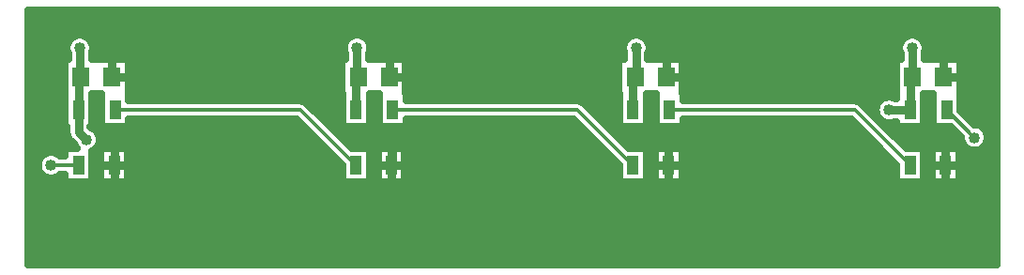
<source format=gbr>
G04 DipTrace 3.3.1.3*
G04 Bottom.gbr*
%MOIN*%
G04 #@! TF.FileFunction,Copper,L2,Bot*
G04 #@! TF.Part,Single*
G04 #@! TA.AperFunction,CopperBalancing*
%ADD13C,0.03*%
G04 #@! TA.AperFunction,Conductor*
%ADD14C,0.012*%
G04 #@! TA.AperFunction,CopperBalancing*
%ADD15C,0.025*%
%ADD17R,0.062992X0.070866*%
%ADD21R,0.043307X0.066929*%
G04 #@! TA.AperFunction,ViaPad*
%ADD36C,0.04*%
%FSLAX26Y26*%
G04*
G70*
G90*
G75*
G01*
G04 Bottom*
%LPD*%
X948819Y787402D2*
D13*
Y877953D1*
X1933071Y787402D2*
X1937008D1*
Y885827D1*
X2917323Y787402D2*
Y885827D1*
X3901575Y787402D2*
Y681102D1*
X724803Y787402D2*
D14*
X822835D1*
X952756Y984252D2*
X1610236D1*
X1807087Y787402D1*
X1937008Y984252D2*
X2594488D1*
X2791339Y787402D1*
X2921260Y984252D2*
X3578740D1*
X3775591Y787402D1*
X3905512Y984252D2*
X4003937Y885827D1*
X3783465Y1102362D2*
D13*
Y1204724D1*
X826772D2*
Y1102362D1*
X830709D1*
X2802634Y1204724D2*
Y1105783D1*
X2799213Y1102362D1*
X1811307Y1204724D2*
Y1106016D1*
X1814961Y1102362D1*
X830709D2*
X822835D1*
Y984252D1*
X850000Y878346D2*
X822835Y905512D1*
Y984252D1*
X1807087D2*
Y1094488D1*
X1814961Y1102362D1*
X2791339Y984252D2*
Y1094488D1*
X2799213Y1102362D1*
X3775591Y984252D2*
Y1094488D1*
X3783465Y1102362D1*
X3700787Y984252D2*
X3775591D1*
D36*
X948819Y877953D3*
X724803Y787402D3*
X4003937Y885827D3*
X3783465Y1204724D3*
X826772D3*
X2802634D3*
X1811307D3*
X850000Y878346D3*
X3700787Y984252D3*
X1937008Y885827D3*
X2917323D3*
X3901575Y681102D3*
X644940Y1313025D2*
D15*
X4079474D1*
X644940Y1288156D2*
X4079474D1*
X644940Y1263287D2*
X4079474D1*
X644940Y1238419D2*
X792232D1*
X861320D2*
X1776786D1*
X1845840D2*
X2768087D1*
X2837176D2*
X3748945D1*
X3817999D2*
X4079474D1*
X644940Y1213550D2*
X778631D1*
X874921D2*
X1763150D1*
X1859440D2*
X2754487D1*
X2850776D2*
X3735310D1*
X3831598D2*
X4079474D1*
X644940Y1188681D2*
X780642D1*
X872912D2*
X1765160D1*
X1857430D2*
X2756496D1*
X2848766D2*
X3737319D1*
X3829589D2*
X4079474D1*
X644940Y1163812D2*
X770235D1*
X1001449D2*
X1754466D1*
X1985680D2*
X2738734D1*
X2969948D2*
X3722965D1*
X3954178D2*
X4079474D1*
X644940Y1138944D2*
X770235D1*
X1001449D2*
X1754466D1*
X1985680D2*
X2738734D1*
X2969948D2*
X3722965D1*
X3954178D2*
X4079474D1*
X644940Y1114075D2*
X770235D1*
X1001449D2*
X1754466D1*
X1985680D2*
X2738734D1*
X2969948D2*
X3722965D1*
X3954178D2*
X4079474D1*
X644940Y1089206D2*
X770235D1*
X1001449D2*
X1754466D1*
X1985680D2*
X2738734D1*
X2969948D2*
X3722965D1*
X3954178D2*
X4079474D1*
X644940Y1064337D2*
X770235D1*
X1001449D2*
X1754466D1*
X1985680D2*
X2738734D1*
X2969948D2*
X3722965D1*
X3954178D2*
X4079474D1*
X644940Y1039469D2*
X772172D1*
X873486D2*
X902109D1*
X1003386D2*
X1756440D1*
X1857717D2*
X1886377D1*
X1987654D2*
X2740707D1*
X2841984D2*
X2870608D1*
X2971921D2*
X3724938D1*
X3826252D2*
X3854875D1*
X3956152D2*
X4079474D1*
X644940Y1014600D2*
X772172D1*
X873486D2*
X902109D1*
X1624362D2*
X1756440D1*
X1857717D2*
X1886377D1*
X2608593D2*
X2740707D1*
X2841984D2*
X2870608D1*
X3592861D2*
X3663075D1*
X3826252D2*
X3854875D1*
X3956152D2*
X4079474D1*
X644940Y989731D2*
X772172D1*
X873486D2*
X902109D1*
X1653213D2*
X1756440D1*
X1857717D2*
X1886377D1*
X2637445D2*
X2740707D1*
X2841984D2*
X2870608D1*
X3621711D2*
X3652130D1*
X3826252D2*
X3854875D1*
X3956152D2*
X4079474D1*
X644940Y964862D2*
X772172D1*
X873486D2*
X902109D1*
X1678081D2*
X1756440D1*
X1857717D2*
X1886377D1*
X2662312D2*
X2740707D1*
X2841984D2*
X2870608D1*
X3826252D2*
X3854875D1*
X3973341D2*
X4079474D1*
X644940Y939993D2*
X772172D1*
X873486D2*
X902109D1*
X1003386D2*
X1606049D1*
X1702949D2*
X1756440D1*
X1857717D2*
X1886377D1*
X1987654D2*
X2590281D1*
X2687180D2*
X2740707D1*
X2841984D2*
X2870608D1*
X2971921D2*
X3574549D1*
X3671448D2*
X3684067D1*
X3826252D2*
X3854875D1*
X3998209D2*
X4079474D1*
X644940Y915125D2*
X778846D1*
X880950D2*
X1630917D1*
X1727816D2*
X2615148D1*
X2712084D2*
X3599416D1*
X3696315D2*
X3926177D1*
X4042526D2*
X4079474D1*
X644940Y890256D2*
X781753D1*
X897457D2*
X1655785D1*
X1752684D2*
X2640016D1*
X2736951D2*
X3624283D1*
X3721182D2*
X3951045D1*
X4052717D2*
X4079474D1*
X644940Y865387D2*
X801777D1*
X897134D2*
X1680652D1*
X1777551D2*
X2664920D1*
X2761819D2*
X3649151D1*
X3746051D2*
X3959693D1*
X4048196D2*
X4079474D1*
X644940Y840518D2*
X772172D1*
X879514D2*
X898161D1*
X999475D2*
X1705520D1*
X1857717D2*
X1882429D1*
X1983706D2*
X2689787D1*
X2841984D2*
X2866660D1*
X2967974D2*
X3674018D1*
X3826252D2*
X3850928D1*
X3952205D2*
X3991020D1*
X4016869D2*
X4079474D1*
X644940Y815650D2*
X685369D1*
X873486D2*
X898161D1*
X999475D2*
X1730388D1*
X1857717D2*
X1882429D1*
X1983706D2*
X2714655D1*
X2841984D2*
X2866660D1*
X2967974D2*
X3698887D1*
X3826252D2*
X3850928D1*
X3952205D2*
X4079474D1*
X644940Y790781D2*
X675930D1*
X873486D2*
X898161D1*
X999475D2*
X1755256D1*
X1857717D2*
X1882429D1*
X1983706D2*
X2739522D1*
X2841984D2*
X2866660D1*
X2967974D2*
X3723755D1*
X3826252D2*
X3850928D1*
X3952205D2*
X4079474D1*
X644940Y765912D2*
X681063D1*
X873486D2*
X898161D1*
X999475D2*
X1756440D1*
X1857717D2*
X1882429D1*
X1983706D2*
X2740707D1*
X2841984D2*
X2866660D1*
X2967974D2*
X3724938D1*
X3826252D2*
X3850928D1*
X3952205D2*
X4079474D1*
X644940Y741043D2*
X718777D1*
X730814D2*
X772172D1*
X873486D2*
X898161D1*
X999475D2*
X1756440D1*
X1857717D2*
X1882429D1*
X1983706D2*
X2740707D1*
X2841984D2*
X2866660D1*
X2967974D2*
X3724938D1*
X3826252D2*
X3850928D1*
X3952205D2*
X4079474D1*
X644940Y716175D2*
X4079474D1*
X644940Y691306D2*
X4079474D1*
X644940Y666437D2*
X4079474D1*
X644940Y641568D2*
X4079474D1*
X644940Y616699D2*
X4079474D1*
X644940Y591831D2*
X4079474D1*
X644940Y566962D2*
X4079474D1*
X644940Y542093D2*
X4079474D1*
X644940Y517224D2*
X4079474D1*
X644940Y492356D2*
X4079474D1*
X644940Y467487D2*
X4079474D1*
X644940Y442618D2*
X4079474D1*
X884794Y1164287D2*
X998933D1*
Y1044211D1*
X1000902Y1044209D1*
Y1016757D1*
X1612786Y1016644D1*
X1617822Y1015846D1*
X1622671Y1014270D1*
X1627214Y1011957D1*
X1631339Y1008959D1*
X1678682Y961757D1*
X1793093Y847346D1*
X1855232Y847358D1*
Y727445D1*
X1758941D1*
Y789633D1*
X1596776Y951762D1*
X1000887Y951760D1*
X1000902Y924295D1*
X904610D1*
Y1040453D1*
X871007Y1040437D1*
X870980Y924295D1*
X864343D1*
X867791Y921299D1*
X874293Y917987D1*
X880194Y913699D1*
X885353Y908541D1*
X889640Y902639D1*
X892953Y896138D1*
X895207Y889199D1*
X896349Y881995D1*
Y874698D1*
X895207Y867493D1*
X892953Y860555D1*
X889640Y854054D1*
X885353Y848152D1*
X880194Y842993D1*
X874293Y838706D1*
X870991Y836867D1*
X870980Y727445D1*
X774689D1*
Y754896D1*
X758064Y754909D1*
X752130Y749789D1*
X745911Y745976D1*
X739171Y743185D1*
X732076Y741482D1*
X724803Y740909D1*
X717530Y741482D1*
X710436Y743185D1*
X703696Y745976D1*
X697476Y749789D1*
X691928Y754526D1*
X687190Y760075D1*
X683378Y766294D1*
X680587Y773034D1*
X678883Y780129D1*
X678311Y787402D1*
X678883Y794675D1*
X680587Y801769D1*
X683378Y808509D1*
X687190Y814728D1*
X691928Y820277D1*
X697476Y825014D1*
X703696Y828827D1*
X710436Y831618D1*
X717530Y833322D1*
X724803Y833894D1*
X732076Y833322D1*
X739171Y831618D1*
X745911Y828827D1*
X752130Y825014D1*
X758037Y819888D1*
X774718Y819894D1*
X774689Y847358D1*
X815346D1*
X812387Y851020D1*
X808575Y857239D1*
X805837Y863832D1*
X791283Y878564D1*
X787457Y883832D1*
X784501Y889634D1*
X782490Y895825D1*
X781470Y902256D1*
X781343Y924280D1*
X774689Y924295D1*
Y1040453D1*
X772720Y1040437D1*
Y1164287D1*
X785244D1*
X785280Y1183783D1*
X782555Y1190357D1*
X780852Y1197451D1*
X780280Y1204724D1*
X780852Y1211997D1*
X782555Y1219092D1*
X785346Y1225832D1*
X789159Y1232051D1*
X793896Y1237600D1*
X799445Y1242337D1*
X805664Y1246150D1*
X812404Y1248941D1*
X819499Y1250644D1*
X826772Y1251217D1*
X834045Y1250644D1*
X841139Y1248941D1*
X847879Y1246150D1*
X854098Y1242337D1*
X859647Y1237600D1*
X864385Y1232051D1*
X868197Y1225832D1*
X870988Y1219092D1*
X872692Y1211997D1*
X873264Y1204724D1*
X872692Y1197451D1*
X870988Y1190357D1*
X868262Y1183760D1*
X868264Y1164283D1*
X884794Y1164287D1*
X1869046D2*
X1983185D1*
Y1044211D1*
X1985154Y1044209D1*
Y1016757D1*
X2597038Y1016644D1*
X2602073Y1015846D1*
X2606923Y1014270D1*
X2611466Y1011957D1*
X2615591Y1008959D1*
X2662934Y961757D1*
X2777345Y847346D1*
X2839484Y847358D1*
Y727445D1*
X2743193D1*
Y789633D1*
X2581028Y951762D1*
X1985139Y951760D1*
X1985154Y924295D1*
X1888862D1*
Y1040453D1*
X1855259Y1040437D1*
X1855232Y924295D1*
X1758941D1*
Y1040453D1*
X1756972Y1040437D1*
Y1164287D1*
X1769783D1*
X1769815Y1183777D1*
X1767091Y1190357D1*
X1765387Y1197451D1*
X1764815Y1204724D1*
X1765387Y1211997D1*
X1767091Y1219092D1*
X1769882Y1225832D1*
X1773694Y1232051D1*
X1778432Y1237600D1*
X1783980Y1242337D1*
X1790199Y1246150D1*
X1796940Y1248941D1*
X1804034Y1250644D1*
X1811307Y1251217D1*
X1818580Y1250644D1*
X1825675Y1248941D1*
X1832415Y1246150D1*
X1838634Y1242337D1*
X1844182Y1237600D1*
X1848920Y1232051D1*
X1852732Y1225832D1*
X1855524Y1219092D1*
X1857227Y1211997D1*
X1857799Y1204724D1*
X1857227Y1197451D1*
X1855524Y1190357D1*
X1852798Y1183760D1*
X1852799Y1164283D1*
X1869046Y1164287D1*
X2853298D2*
X2967437D1*
Y1044211D1*
X2969406Y1044209D1*
Y1016757D1*
X3581290Y1016644D1*
X3586325Y1015846D1*
X3591175Y1014270D1*
X3595718Y1011957D1*
X3599843Y1008959D1*
X3647186Y961757D1*
X3761597Y847346D1*
X3823736Y847358D1*
Y727445D1*
X3727445D1*
Y789633D1*
X3565280Y951762D1*
X2969391Y951760D1*
X2969406Y924295D1*
X2873114D1*
Y1040451D1*
X2839510Y1040437D1*
X2839484Y924295D1*
X2743193D1*
Y1040451D1*
X2741224Y1040437D1*
Y1164287D1*
X2761140D1*
X2761142Y1183760D1*
X2758417Y1190357D1*
X2756714Y1197451D1*
X2756142Y1204724D1*
X2756714Y1211997D1*
X2758417Y1219092D1*
X2761209Y1225832D1*
X2765021Y1232051D1*
X2769759Y1237600D1*
X2775307Y1242337D1*
X2781526Y1246150D1*
X2788266Y1248941D1*
X2795361Y1250644D1*
X2802634Y1251217D1*
X2809907Y1250644D1*
X2817001Y1248941D1*
X2823741Y1246150D1*
X2829961Y1242337D1*
X2835509Y1237600D1*
X2840247Y1232051D1*
X2844059Y1225832D1*
X2846850Y1219092D1*
X2848554Y1211997D1*
X2849126Y1204724D1*
X2848554Y1197451D1*
X2846850Y1190357D1*
X2844125Y1183760D1*
X2844126Y1164283D1*
X2853298Y1164287D1*
X3837550D2*
X3951689D1*
Y1044211D1*
X3953657Y1044209D1*
Y982021D1*
X4003416Y932298D1*
X4011210Y931747D1*
X4018304Y930043D1*
X4025045Y927252D1*
X4031264Y923440D1*
X4036812Y918702D1*
X4041550Y913154D1*
X4045362Y906934D1*
X4048154Y900194D1*
X4049857Y893100D1*
X4050429Y885827D1*
X4049857Y878554D1*
X4048154Y871459D1*
X4045362Y864719D1*
X4041550Y858500D1*
X4036812Y852951D1*
X4031264Y848214D1*
X4025045Y844402D1*
X4018304Y841610D1*
X4011210Y839907D1*
X4003937Y839335D1*
X3996664Y839907D1*
X3989570Y841610D1*
X3982829Y844402D1*
X3976610Y848214D1*
X3971062Y852951D1*
X3966324Y858500D1*
X3962512Y864719D1*
X3959720Y871459D1*
X3958017Y878554D1*
X3957466Y886354D1*
X3919531Y924282D1*
X3857366Y924295D1*
Y1040453D1*
X3823762Y1040437D1*
X3823736Y924295D1*
X3727445D1*
Y942776D1*
X3718579Y941299D1*
X3711640Y939045D1*
X3704436Y937903D1*
X3697139D1*
X3689934Y939045D1*
X3682996Y941299D1*
X3676495Y944612D1*
X3670593Y948899D1*
X3665434Y954058D1*
X3661147Y959959D1*
X3657835Y966461D1*
X3655580Y973399D1*
X3654438Y980604D1*
Y987900D1*
X3655580Y995105D1*
X3657835Y1002043D1*
X3661147Y1008545D1*
X3665434Y1014446D1*
X3670593Y1019605D1*
X3676495Y1023892D1*
X3682996Y1027205D1*
X3689934Y1029459D1*
X3697139Y1030601D1*
X3704436D1*
X3711640Y1029459D1*
X3718579Y1027205D1*
X3721752Y1025743D1*
X3725476Y1040437D1*
Y1164287D1*
X3741948D1*
X3741972Y1183783D1*
X3739248Y1190357D1*
X3737545Y1197451D1*
X3736972Y1204724D1*
X3737545Y1211997D1*
X3739248Y1219092D1*
X3742039Y1225832D1*
X3745852Y1232051D1*
X3750589Y1237600D1*
X3756138Y1242337D1*
X3762357Y1246150D1*
X3769097Y1248941D1*
X3776192Y1250644D1*
X3783465Y1251217D1*
X3790738Y1250644D1*
X3797832Y1248941D1*
X3804572Y1246150D1*
X3810791Y1242337D1*
X3816340Y1237600D1*
X3821077Y1232051D1*
X3824890Y1225832D1*
X3827681Y1219092D1*
X3829385Y1211997D1*
X3829957Y1204724D1*
X3829385Y1197451D1*
X3827681Y1190357D1*
X3824955Y1183760D1*
X3824957Y1164283D1*
X3837550Y1164287D1*
X902510Y847358D2*
X996965D1*
Y727445D1*
X900673D1*
Y847358D1*
X902510D1*
X1886762D2*
X1981217D1*
Y727445D1*
X1884925D1*
Y847358D1*
X1886762D1*
X2871014D2*
X2965469D1*
Y727445D1*
X2869177D1*
Y847358D1*
X2871014D1*
X3855266D2*
X3949720D1*
Y727445D1*
X3853429D1*
Y847358D1*
X3855266D1*
X3727445Y1025740D2*
Y1040453D1*
X642445Y433760D2*
X4082016D1*
X4081988Y1337921D1*
X642394Y1337894D1*
X642421Y433732D1*
X940945Y1164252D2*
D13*
Y1102362D1*
X998898D1*
X1925197Y1164252D2*
Y1102362D1*
X1983150D1*
X2909449Y1164252D2*
Y1102362D1*
X2967402D1*
X3893701Y1164252D2*
Y1102362D1*
X3951654D1*
X948819Y847323D2*
Y727480D1*
X900709Y787402D2*
X996929D1*
X1933071Y847323D2*
Y727480D1*
X1884961Y787402D2*
X1981181D1*
X2917323Y847322D2*
Y727480D1*
X2869214Y787402D2*
X2965433D1*
X3901575Y847323D2*
Y727480D1*
X3853465Y787402D2*
X3949685D1*
D17*
X940945Y1102362D3*
X830709D3*
X1925197D3*
X1814961D3*
X2909449D3*
X2799213D3*
X3893701D3*
X3783465D3*
D21*
X948819Y787402D3*
X822835D3*
Y984252D3*
X952756D3*
X1933071Y787402D3*
X1807087D3*
Y984252D3*
X1937008D3*
X2917323Y787402D3*
X2791339D3*
Y984252D3*
X2921260D3*
X3901575Y787402D3*
X3775591D3*
Y984252D3*
X3905512D3*
M02*

</source>
